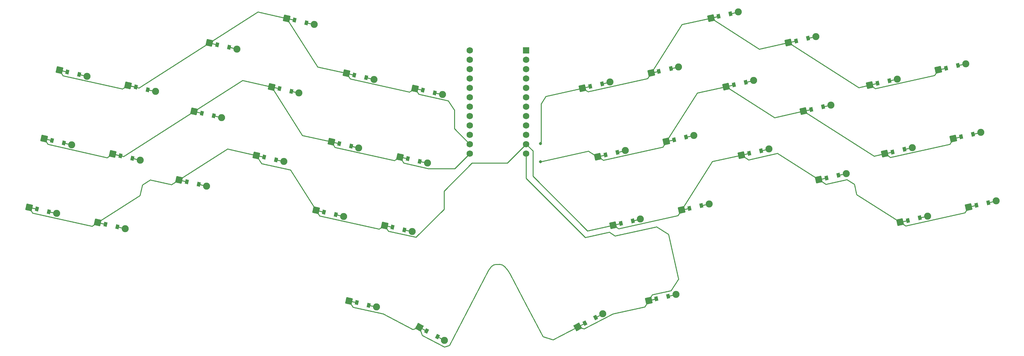
<source format=gbr>
%TF.GenerationSoftware,KiCad,Pcbnew,8.0.7*%
%TF.CreationDate,2025-03-02T16:24:29+01:00*%
%TF.ProjectId,pcb-adjusted,7063622d-6164-46a7-9573-7465642e6b69,v1.0.0*%
%TF.SameCoordinates,Original*%
%TF.FileFunction,Copper,L1,Top*%
%TF.FilePolarity,Positive*%
%FSLAX46Y46*%
G04 Gerber Fmt 4.6, Leading zero omitted, Abs format (unit mm)*
G04 Created by KiCad (PCBNEW 8.0.7) date 2025-03-02 16:24:29*
%MOMM*%
%LPD*%
G01*
G04 APERTURE LIST*
G04 Aperture macros list*
%AMRotRect*
0 Rectangle, with rotation*
0 The origin of the aperture is its center*
0 $1 length*
0 $2 width*
0 $3 Rotation angle, in degrees counterclockwise*
0 Add horizontal line*
21,1,$1,$2,0,0,$3*%
G04 Aperture macros list end*
%TA.AperFunction,ComponentPad*%
%ADD10RotRect,1.778000X1.778000X12.500000*%
%TD*%
%TA.AperFunction,SMDPad,CuDef*%
%ADD11RotRect,0.900000X1.200000X12.500000*%
%TD*%
%TA.AperFunction,ComponentPad*%
%ADD12C,1.905000*%
%TD*%
%TA.AperFunction,ComponentPad*%
%ADD13RotRect,1.778000X1.778000X347.500000*%
%TD*%
%TA.AperFunction,SMDPad,CuDef*%
%ADD14RotRect,0.900000X1.200000X347.500000*%
%TD*%
%TA.AperFunction,ComponentPad*%
%ADD15RotRect,1.778000X1.778000X332.500000*%
%TD*%
%TA.AperFunction,SMDPad,CuDef*%
%ADD16RotRect,0.900000X1.200000X332.500000*%
%TD*%
%TA.AperFunction,ComponentPad*%
%ADD17RotRect,1.778000X1.778000X27.500000*%
%TD*%
%TA.AperFunction,SMDPad,CuDef*%
%ADD18RotRect,0.900000X1.200000X27.500000*%
%TD*%
%TA.AperFunction,ComponentPad*%
%ADD19R,1.752600X1.752600*%
%TD*%
%TA.AperFunction,ComponentPad*%
%ADD20C,1.752600*%
%TD*%
%TA.AperFunction,ViaPad*%
%ADD21C,0.800000*%
%TD*%
%TA.AperFunction,Conductor*%
%ADD22C,0.250000*%
%TD*%
G04 APERTURE END LIST*
D10*
%TO.P,D22,1*%
%TO.N,P9*%
X332084436Y-142508981D03*
D11*
X334193235Y-142041466D03*
%TO.P,D22,2*%
%TO.N,mirror_outer_home*%
X337415011Y-141327220D03*
D12*
X339523810Y-140859705D03*
%TD*%
D10*
%TO.P,D23,1*%
%TO.N,P8*%
X327972079Y-123959353D03*
D11*
X330080878Y-123491838D03*
%TO.P,D23,2*%
%TO.N,mirror_outer_top*%
X333302654Y-122777592D03*
D12*
X335411453Y-122310077D03*
%TD*%
D10*
%TO.P,D28,1*%
%TO.N,P9*%
X291522163Y-135112955D03*
D11*
X293630962Y-134645440D03*
%TO.P,D28,2*%
%TO.N,mirror_ring_home*%
X296852738Y-133931194D03*
D12*
X298961537Y-133463679D03*
%TD*%
D13*
%TO.P,D10,1*%
%TO.N,P16*%
X143503515Y-147116784D03*
D14*
X145612317Y-147584290D03*
%TO.P,D10,2*%
%TO.N,middle_bottom*%
X148834091Y-148298544D03*
D12*
X150942893Y-148766050D03*
%TD*%
D13*
%TO.P,D3,1*%
%TO.N,P8*%
X90235479Y-124040471D03*
D14*
X92344281Y-124507977D03*
%TO.P,D3,2*%
%TO.N,outer_top*%
X95566055Y-125222231D03*
D12*
X97674857Y-125689737D03*
%TD*%
D10*
%TO.P,D24,1*%
%TO.N,P16*%
X317647160Y-165170952D03*
D11*
X319755959Y-164703437D03*
%TO.P,D24,2*%
%TO.N,mirror_pinky_bottom*%
X322977735Y-163989191D03*
D12*
X325086534Y-163521676D03*
%TD*%
D13*
%TO.P,D1,1*%
%TO.N,P16*%
X82010778Y-161139712D03*
D14*
X84119580Y-161607218D03*
%TO.P,D1,2*%
%TO.N,outer_bottom*%
X87341354Y-162321472D03*
D12*
X89450156Y-162788978D03*
%TD*%
D13*
%TO.P,D13,1*%
%TO.N,P16*%
X159672304Y-161968394D03*
D14*
X161781106Y-162435900D03*
%TO.P,D13,2*%
%TO.N,index_bottom*%
X165002880Y-163150154D03*
D12*
X167111682Y-163617660D03*
%TD*%
D13*
%TO.P,D17,1*%
%TO.N,P9*%
X182334279Y-147531124D03*
D14*
X184443081Y-147998630D03*
%TO.P,D17,2*%
%TO.N,inner_home*%
X187664855Y-148712884D03*
D12*
X189773657Y-149180390D03*
%TD*%
D13*
%TO.P,D2,1*%
%TO.N,P9*%
X86123124Y-142590099D03*
D14*
X88231926Y-143057605D03*
%TO.P,D2,2*%
%TO.N,outer_home*%
X91453700Y-143771859D03*
D12*
X93562502Y-144239365D03*
%TD*%
D10*
%TO.P,D33,1*%
%TO.N,P16*%
X258535249Y-161887276D03*
D11*
X260644048Y-161419761D03*
%TO.P,D33,2*%
%TO.N,mirror_index_bottom*%
X263865824Y-160705515D03*
D12*
X265974623Y-160238000D03*
%TD*%
D15*
%TO.P,D20,1*%
%TO.N,P10*%
X187640858Y-193606774D03*
D16*
X189556802Y-194604151D03*
%TO.P,D20,2*%
%TO.N,home_thumb*%
X192483934Y-196127919D03*
D12*
X194399878Y-197125296D03*
%TD*%
D10*
%TO.P,D27,1*%
%TO.N,P16*%
X295634508Y-153662575D03*
D11*
X297743307Y-153195060D03*
%TO.P,D27,2*%
%TO.N,mirror_ring_bottom*%
X300965083Y-152480814D03*
D12*
X303073882Y-152013299D03*
%TD*%
D13*
%TO.P,D11,1*%
%TO.N,P9*%
X147615870Y-128567155D03*
D14*
X149724672Y-129034661D03*
%TO.P,D11,2*%
%TO.N,middle_home*%
X152946446Y-129748915D03*
D12*
X155055248Y-130216421D03*
%TD*%
D10*
%TO.P,D32,1*%
%TO.N,P8*%
X266479345Y-109936423D03*
D11*
X268588144Y-109468908D03*
%TO.P,D32,2*%
%TO.N,mirror_middle_top*%
X271809920Y-108754662D03*
D12*
X273918719Y-108287147D03*
%TD*%
D10*
%TO.P,D38,1*%
%TO.N,P8*%
X231760927Y-128900375D03*
D11*
X233869726Y-128432860D03*
%TO.P,D38,2*%
%TO.N,mirror_inner_top*%
X237091502Y-127718614D03*
D12*
X239200301Y-127251099D03*
%TD*%
D13*
%TO.P,D12,1*%
%TO.N,P8*%
X151728215Y-110017534D03*
D14*
X153837017Y-110485040D03*
%TO.P,D12,2*%
%TO.N,middle_top*%
X157058791Y-111199294D03*
D12*
X159167593Y-111666800D03*
%TD*%
D10*
%TO.P,D26,1*%
%TO.N,P8*%
X309422452Y-128071708D03*
D11*
X311531251Y-127604193D03*
%TO.P,D26,2*%
%TO.N,mirror_pinky_top*%
X314753027Y-126889947D03*
D12*
X316861826Y-126422432D03*
%TD*%
D13*
%TO.P,D7,1*%
%TO.N,P16*%
X122573052Y-153743683D03*
D14*
X124681854Y-154211189D03*
%TO.P,D7,2*%
%TO.N,ring_bottom*%
X127903628Y-154925443D03*
D12*
X130012430Y-155392949D03*
%TD*%
D13*
%TO.P,D8,1*%
%TO.N,P9*%
X126685411Y-135194064D03*
D14*
X128794213Y-135661570D03*
%TO.P,D8,2*%
%TO.N,ring_home*%
X132015987Y-136375824D03*
D12*
X134124789Y-136843330D03*
%TD*%
D10*
%TO.P,D37,1*%
%TO.N,P9*%
X235873284Y-147450012D03*
D11*
X237982083Y-146982497D03*
%TO.P,D37,2*%
%TO.N,mirror_inner_home*%
X241203859Y-146268251D03*
D12*
X243312658Y-145800736D03*
%TD*%
D10*
%TO.P,D34,1*%
%TO.N,P9*%
X254422902Y-143337650D03*
D11*
X256531701Y-142870135D03*
%TO.P,D34,2*%
%TO.N,mirror_index_home*%
X259753477Y-142155889D03*
D12*
X261862276Y-141688374D03*
%TD*%
D13*
%TO.P,D16,1*%
%TO.N,P16*%
X178221930Y-166080742D03*
D14*
X180330732Y-166548248D03*
%TO.P,D16,2*%
%TO.N,inner_bottom*%
X183552506Y-167262502D03*
D12*
X185661308Y-167730008D03*
%TD*%
D13*
%TO.P,D18,1*%
%TO.N,P8*%
X186446633Y-128981494D03*
D14*
X188555435Y-129449000D03*
%TO.P,D18,2*%
%TO.N,inner_top*%
X191777209Y-130163254D03*
D12*
X193886011Y-130630760D03*
%TD*%
D10*
%TO.P,D21,1*%
%TO.N,P16*%
X336196778Y-161058606D03*
D11*
X338305577Y-160591091D03*
%TO.P,D21,2*%
%TO.N,mirror_outer_bottom*%
X341527353Y-159876845D03*
D12*
X343636152Y-159409330D03*
%TD*%
D10*
%TO.P,D39,1*%
%TO.N,P10*%
X249628779Y-186395939D03*
D11*
X251737578Y-185928424D03*
%TO.P,D39,2*%
%TO.N,mirror_near_thumb*%
X254959354Y-185214178D03*
D12*
X257068153Y-184746663D03*
%TD*%
D13*
%TO.P,D9,1*%
%TO.N,P8*%
X130797762Y-116644433D03*
D14*
X132906564Y-117111939D03*
%TO.P,D9,2*%
%TO.N,ring_top*%
X136128338Y-117826193D03*
D12*
X138237140Y-118293699D03*
%TD*%
D13*
%TO.P,D15,1*%
%TO.N,P8*%
X167897010Y-124869139D03*
D14*
X170005812Y-125336645D03*
%TO.P,D15,2*%
%TO.N,index_top*%
X173227586Y-126050899D03*
D12*
X175336388Y-126518405D03*
%TD*%
D13*
%TO.P,D4,1*%
%TO.N,P16*%
X100560393Y-165252068D03*
D14*
X102669195Y-165719574D03*
%TO.P,D4,2*%
%TO.N,pinky_bottom*%
X105890969Y-166433828D03*
D12*
X107999771Y-166901334D03*
%TD*%
D10*
%TO.P,D35,1*%
%TO.N,P8*%
X250310559Y-124788028D03*
D11*
X252419358Y-124320513D03*
%TO.P,D35,2*%
%TO.N,mirror_index_top*%
X255641134Y-123606267D03*
D12*
X257749933Y-123138752D03*
%TD*%
D17*
%TO.P,D40,1*%
%TO.N,P10*%
X230452824Y-193520260D03*
D18*
X232368768Y-192522883D03*
%TO.P,D40,2*%
%TO.N,mirror_home_thumb*%
X235295900Y-190999115D03*
D12*
X237211844Y-190001738D03*
%TD*%
D13*
%TO.P,D6,1*%
%TO.N,P8*%
X108785106Y-128152817D03*
D14*
X110893908Y-128620323D03*
%TO.P,D6,2*%
%TO.N,pinky_top*%
X114115682Y-129334577D03*
D12*
X116224484Y-129802083D03*
%TD*%
D13*
%TO.P,D19,1*%
%TO.N,P10*%
X168578765Y-186477048D03*
D14*
X170687567Y-186944554D03*
%TO.P,D19,2*%
%TO.N,near_thumb*%
X173909341Y-187658808D03*
D12*
X176018143Y-188126314D03*
%TD*%
D13*
%TO.P,D5,1*%
%TO.N,P9*%
X104672742Y-146702438D03*
D14*
X106781544Y-147169944D03*
%TO.P,D5,2*%
%TO.N,pinky_home*%
X110003318Y-147884198D03*
D12*
X112112120Y-148351704D03*
%TD*%
D10*
%TO.P,D30,1*%
%TO.N,P16*%
X274704043Y-147035667D03*
D11*
X276812842Y-146568152D03*
%TO.P,D30,2*%
%TO.N,mirror_middle_bottom*%
X280034618Y-145853906D03*
D12*
X282143417Y-145386391D03*
%TD*%
D13*
%TO.P,D14,1*%
%TO.N,P9*%
X163784657Y-143418765D03*
D14*
X165893459Y-143886271D03*
%TO.P,D14,2*%
%TO.N,index_home*%
X169115233Y-144600525D03*
D12*
X171224035Y-145068031D03*
%TD*%
D10*
%TO.P,D25,1*%
%TO.N,P9*%
X313534808Y-146621335D03*
D11*
X315643607Y-146153820D03*
%TO.P,D25,2*%
%TO.N,mirror_pinky_home*%
X318865383Y-145439574D03*
D12*
X320974182Y-144972059D03*
%TD*%
D10*
%TO.P,D31,1*%
%TO.N,P9*%
X270591692Y-128486048D03*
D11*
X272700491Y-128018533D03*
%TO.P,D31,2*%
%TO.N,mirror_middle_home*%
X275922267Y-127304287D03*
D12*
X278031066Y-126836772D03*
%TD*%
D10*
%TO.P,D29,1*%
%TO.N,P8*%
X287409797Y-116563326D03*
D11*
X289518596Y-116095811D03*
%TO.P,D29,2*%
%TO.N,mirror_ring_top*%
X292740372Y-115381565D03*
D12*
X294849171Y-114914050D03*
%TD*%
D10*
%TO.P,D36,1*%
%TO.N,P16*%
X239985624Y-165999623D03*
D11*
X242094423Y-165532108D03*
%TO.P,D36,2*%
%TO.N,mirror_inner_bottom*%
X245316199Y-164817862D03*
D12*
X247424998Y-164350347D03*
%TD*%
D19*
%TO.P,MCU1,1*%
%TO.N,RAW*%
X216500300Y-118659992D03*
D20*
%TO.P,MCU1,2*%
%TO.N,GND*%
X216500298Y-121199993D03*
%TO.P,MCU1,3*%
%TO.N,RST*%
X216500301Y-123739998D03*
%TO.P,MCU1,4*%
%TO.N,VCC*%
X216500300Y-126279994D03*
%TO.P,MCU1,5*%
%TO.N,P21*%
X216500301Y-128819995D03*
%TO.P,MCU1,6*%
%TO.N,P20*%
X216500302Y-131359994D03*
%TO.P,MCU1,7*%
%TO.N,P19*%
X216500300Y-133899993D03*
%TO.P,MCU1,8*%
%TO.N,P18*%
X216500300Y-136439995D03*
%TO.P,MCU1,9*%
%TO.N,P15*%
X216500300Y-138979994D03*
%TO.P,MCU1,10*%
%TO.N,P14*%
X216500300Y-141519994D03*
%TO.P,MCU1,11*%
%TO.N,P16*%
X216500300Y-144059994D03*
%TO.P,MCU1,12*%
%TO.N,P10*%
X216500301Y-146599995D03*
%TO.P,MCU1,13*%
%TO.N,P1*%
X201260299Y-118659993D03*
%TO.P,MCU1,14*%
%TO.N,P0*%
X201260300Y-121199994D03*
%TO.P,MCU1,15*%
%TO.N,GND*%
X201260300Y-123739994D03*
%TO.P,MCU1,16*%
X201260300Y-126279994D03*
%TO.P,MCU1,17*%
%TO.N,P2*%
X201260300Y-128819993D03*
%TO.P,MCU1,18*%
%TO.N,P3*%
X201260300Y-131359995D03*
%TO.P,MCU1,19*%
%TO.N,P4*%
X201260298Y-133899994D03*
%TO.P,MCU1,20*%
%TO.N,P5*%
X201260299Y-136439993D03*
%TO.P,MCU1,21*%
%TO.N,P6*%
X201260300Y-138979994D03*
%TO.P,MCU1,22*%
%TO.N,P7*%
X201260299Y-141519990D03*
%TO.P,MCU1,23*%
%TO.N,P8*%
X201260302Y-144059995D03*
%TO.P,MCU1,24*%
%TO.N,P9*%
X201260300Y-146599996D03*
%TD*%
D21*
%TO.N,P9*%
X220396954Y-148796945D03*
%TO.N,P8*%
X220395758Y-143946365D03*
%TD*%
D22*
%TO.N,P16*%
X152712872Y-151044260D02*
X159672303Y-161968379D01*
X144902488Y-149312740D02*
X152712872Y-151044260D01*
X143503509Y-147116784D02*
X144902488Y-149312740D01*
X241509344Y-166970338D02*
X239985628Y-165999621D01*
X257564538Y-163410985D02*
X241509344Y-166970338D01*
X258535247Y-161887285D02*
X257564538Y-163410985D01*
X266893672Y-148767182D02*
X258535247Y-161887285D01*
X274704040Y-147035670D02*
X266893672Y-148767182D01*
X284498863Y-146568391D02*
X276688494Y-148299905D01*
X276688494Y-148299905D02*
X274704040Y-147035670D01*
X295634511Y-153662579D02*
X284498863Y-146568391D01*
X297584267Y-154904707D02*
X295634511Y-153662579D01*
X317647167Y-165170948D02*
X305882808Y-157676228D01*
X319170872Y-166141658D02*
X317647167Y-165170948D01*
X305882808Y-157676228D02*
X305276352Y-154940687D01*
X335226073Y-162582312D02*
X319170872Y-166141658D01*
X305276352Y-154940687D02*
X303248701Y-153648931D01*
X303248701Y-153648931D02*
X297584267Y-154904707D01*
X336196781Y-161058595D02*
X335226073Y-162582312D01*
X179192640Y-167604457D02*
X178221928Y-166080739D01*
X186663793Y-169260772D02*
X179192640Y-167604457D01*
X194263794Y-156749980D02*
X194263791Y-161660768D01*
X194263791Y-161660768D02*
X186663793Y-169260772D01*
X201863791Y-149149981D02*
X194263794Y-156749980D01*
X211410312Y-149149984D02*
X201863791Y-149149981D01*
X216500298Y-144059994D02*
X211410312Y-149149984D01*
%TO.N,P8*%
X221850280Y-131097514D02*
X220556436Y-133128446D01*
X231760925Y-128900379D02*
X221850280Y-131097514D01*
X220556434Y-134677552D02*
X220556436Y-133128446D01*
%TO.N,P9*%
X235740621Y-147479420D02*
X235873284Y-147450007D01*
X233313786Y-145933352D02*
X235740621Y-147479420D01*
X220396954Y-148796945D02*
X233313786Y-145933352D01*
%TO.N,P10*%
X216500301Y-153325277D02*
X216500298Y-146599995D01*
X232486147Y-169311125D02*
X216500301Y-153325277D01*
X251771463Y-166411639D02*
X240562979Y-168896506D01*
X240562979Y-168896506D02*
X238960716Y-167875752D01*
X255014966Y-168477979D02*
X251771463Y-166411639D01*
X257695842Y-180570645D02*
X255014966Y-168477979D01*
X238960716Y-167875752D02*
X232486147Y-169311125D01*
X255714998Y-183679945D02*
X257695842Y-180570645D01*
X249628779Y-186395936D02*
X250642662Y-184804453D01*
X250642662Y-184804453D02*
X255714998Y-183679945D01*
%TO.N,P16*%
X120587656Y-155008522D02*
X135693155Y-145385261D01*
X112672479Y-155097476D02*
X114819399Y-153729728D01*
X112043005Y-157936836D02*
X112672479Y-155097476D01*
X114819399Y-153729728D02*
X120587656Y-155008522D01*
X135693155Y-145385261D02*
X143503509Y-147116784D01*
X100560401Y-165252062D02*
X112043005Y-157936836D01*
%TO.N,P10*%
X221012385Y-196163674D02*
X216499462Y-187494440D01*
%TO.N,P8*%
X220556437Y-143785692D02*
X220556434Y-134677552D01*
X220395758Y-143946365D02*
X220556437Y-143785692D01*
X233869726Y-128432872D02*
X231760923Y-128900375D01*
%TO.N,P10*%
X251737589Y-185928424D02*
X249628789Y-186395938D01*
%TO.N,P16*%
X338305582Y-160591093D02*
X336196791Y-161058595D01*
X319755961Y-164703436D02*
X317647170Y-165170937D01*
X297743304Y-153195067D02*
X295634506Y-153662571D01*
X276812837Y-146568159D02*
X274704047Y-147035665D01*
X260644051Y-161419758D02*
X258535249Y-161887269D01*
X242094430Y-165532119D02*
X239985633Y-165999618D01*
%TO.N,P10*%
X185835974Y-194192040D02*
X187630773Y-193626143D01*
X177794421Y-190005874D02*
X185835974Y-194192040D01*
X169680988Y-188207172D02*
X177794421Y-190005874D01*
X168578768Y-186477051D02*
X169680988Y-188207172D01*
X240044253Y-189968291D02*
X240043574Y-189967864D01*
X248554948Y-188081521D02*
X240044253Y-189968291D01*
X232175865Y-194063528D02*
X240043574Y-189967864D01*
X230452817Y-193520263D02*
X232175865Y-194063528D01*
%TO.N,P8*%
X258668970Y-111667940D02*
X266479339Y-109936420D01*
X250310548Y-124788024D02*
X258668970Y-111667940D01*
%TO.N,P9*%
X262781326Y-130217561D02*
X270591684Y-128486039D01*
X254422906Y-143337658D02*
X262781326Y-130217561D01*
X283711778Y-136844469D02*
X270591684Y-128486039D01*
X291522149Y-135112942D02*
X283711778Y-136844469D01*
X313534809Y-146621321D02*
X310605920Y-147270657D01*
X310605920Y-147270657D02*
X291522149Y-135112942D01*
%TO.N,P8*%
X279599434Y-118294847D02*
X266479339Y-109936420D01*
X287409793Y-116563334D02*
X279599434Y-118294847D01*
X309422453Y-128071706D02*
X306493570Y-128721026D01*
X306493570Y-128721026D02*
X287409793Y-116563334D01*
%TO.N,mirror_home_thumb*%
X235295891Y-190999120D02*
X237211833Y-190001738D01*
%TO.N,P10*%
X232368767Y-192522887D02*
X230452815Y-193520268D01*
%TO.N,mirror_near_thumb*%
X257068162Y-184746670D02*
X254959361Y-185214172D01*
%TO.N,mirror_outer_bottom*%
X341527358Y-159876843D02*
X343636166Y-159409333D01*
%TO.N,mirror_pinky_bottom*%
X322977740Y-163989194D02*
X325086537Y-163521685D01*
%TO.N,mirror_ring_bottom*%
X300965080Y-152480802D02*
X303073877Y-152013299D01*
%TO.N,mirror_middle_bottom*%
X280034624Y-145853904D02*
X282143412Y-145386394D01*
%TO.N,mirror_index_bottom*%
X263865831Y-160705526D02*
X265974630Y-160238013D01*
%TO.N,mirror_inner_bottom*%
X245316210Y-164817861D02*
X247425005Y-164350360D01*
%TO.N,P9*%
X237982080Y-146982493D02*
X235873276Y-147450000D01*
%TO.N,mirror_inner_home*%
X243312654Y-145800729D02*
X241203854Y-146268247D01*
%TO.N,P9*%
X256531704Y-142870142D02*
X254422910Y-143337648D01*
%TO.N,mirror_index_home*%
X261862287Y-141688379D02*
X259753488Y-142155884D01*
%TO.N,P9*%
X272700490Y-128018527D02*
X270591687Y-128486035D01*
%TO.N,mirror_middle_home*%
X278031070Y-126836765D02*
X275922274Y-127304284D01*
%TO.N,P9*%
X293630957Y-134645444D02*
X291522150Y-135112950D01*
%TO.N,mirror_ring_home*%
X298961525Y-133463672D02*
X296852731Y-133931187D01*
%TO.N,P9*%
X315643616Y-146153812D02*
X313534818Y-146621333D01*
%TO.N,mirror_pinky_home*%
X320974179Y-144972060D02*
X318865392Y-145439564D01*
%TO.N,P9*%
X332084433Y-142508973D02*
X334193228Y-142041464D01*
%TO.N,mirror_outer_home*%
X337415004Y-141327215D02*
X339523815Y-140859707D01*
%TO.N,mirror_outer_top*%
X333302654Y-122777602D02*
X335411460Y-122310089D01*
%TO.N,P8*%
X327972087Y-123959353D02*
X330080888Y-123491850D01*
%TO.N,mirror_pinky_top*%
X314753025Y-126889939D02*
X316861831Y-126422437D01*
%TO.N,P8*%
X309422453Y-128071706D02*
X311531252Y-127604199D01*
%TO.N,mirror_ring_top*%
X292740372Y-115381563D02*
X294849173Y-114914050D01*
%TO.N,P8*%
X287409792Y-116563321D02*
X289518591Y-116095819D01*
%TO.N,mirror_middle_top*%
X271809915Y-108754652D02*
X273918709Y-108287149D01*
%TO.N,P8*%
X266479344Y-109936417D02*
X268588136Y-109468913D01*
%TO.N,mirror_index_top*%
X255641126Y-123606263D02*
X257749925Y-123138763D01*
%TO.N,P8*%
X250310548Y-124788024D02*
X252419347Y-124320514D01*
%TO.N,mirror_inner_top*%
X237091504Y-127718626D02*
X239200297Y-127251109D01*
%TO.N,outer_bottom*%
X87341356Y-162321477D02*
X89450145Y-162788979D01*
%TO.N,outer_home*%
X91453707Y-143771848D02*
X93562499Y-144239352D01*
%TO.N,outer_top*%
X95566056Y-125222223D02*
X97674852Y-125689733D01*
%TO.N,pinky_bottom*%
X105890976Y-166433821D02*
X107999772Y-166901342D01*
%TO.N,pinky_home*%
X110003326Y-147884200D02*
X112112124Y-148351714D01*
%TO.N,pinky_top*%
X114115685Y-129334575D02*
X116224486Y-129802088D01*
%TO.N,ring_bottom*%
X127903631Y-154925450D02*
X130012436Y-155392962D01*
%TO.N,ring_home*%
X132015982Y-136375824D02*
X134124788Y-136843325D01*
%TO.N,ring_top*%
X136128337Y-117826194D02*
X136662570Y-117944631D01*
X136662570Y-117944631D02*
X136662581Y-117944625D01*
X136662581Y-117944625D02*
X138237138Y-118293705D01*
%TO.N,middle_bottom*%
X148834098Y-148298544D02*
X150942883Y-148766052D01*
%TO.N,middle_home*%
X152946439Y-129748913D02*
X155055246Y-130216432D01*
%TO.N,middle_top*%
X157058804Y-111199294D02*
X159167593Y-111666805D01*
%TO.N,index_bottom*%
X165002876Y-163150157D02*
X167111682Y-163617649D01*
%TO.N,index_home*%
X169115231Y-144600530D02*
X171224046Y-145068038D01*
%TO.N,index_top*%
X173227587Y-126050903D02*
X175336379Y-126518404D01*
%TO.N,inner_bottom*%
X183552500Y-167262498D02*
X185661307Y-167730009D01*
%TO.N,inner_home*%
X187664850Y-148712879D02*
X189773654Y-149180389D01*
%TO.N,inner_top*%
X191777206Y-130163249D02*
X193886000Y-130630750D01*
%TO.N,near_thumb*%
X173909352Y-187658819D02*
X176018142Y-188126322D01*
%TO.N,home_thumb*%
X192483936Y-196127912D02*
X194399877Y-197125284D01*
%TO.N,P16*%
X176698208Y-167051452D02*
X178221935Y-166080746D01*
X159672303Y-161968379D02*
X161781098Y-162435889D01*
X82010775Y-161139722D02*
X82981494Y-162663432D01*
X178221923Y-166080752D02*
X180330724Y-166548241D01*
X100560401Y-165252062D02*
X102669194Y-165719569D01*
X143503509Y-147116784D02*
X145612314Y-147584278D01*
X82981494Y-162663432D02*
X99036681Y-166222779D01*
X159672303Y-161968379D02*
X160643014Y-163492104D01*
X160643014Y-163492104D02*
X176698208Y-167051452D01*
X122573057Y-153743685D02*
X124681853Y-154211189D01*
X82010774Y-161139712D02*
X84119570Y-161607215D01*
X99036681Y-166222779D02*
X100560401Y-165252062D01*
%TO.N,P9*%
X107601649Y-147351765D02*
X126685414Y-135194064D01*
X87093844Y-144113805D02*
X103149026Y-147673159D01*
X86123122Y-142590084D02*
X88231930Y-143057592D01*
X86123122Y-142590084D02*
X87093844Y-144113805D01*
X139805498Y-126835642D02*
X147615873Y-128567160D01*
X126685414Y-135194064D02*
X139805498Y-126835642D01*
X126685404Y-135194061D02*
X128794201Y-135661555D01*
X182334275Y-147531120D02*
X184443082Y-147998626D01*
X104672754Y-146702446D02*
X107601649Y-147351765D01*
X104672754Y-146702446D02*
X106781548Y-147169950D01*
X163784653Y-143418762D02*
X165893455Y-143886263D01*
X147615873Y-128567160D02*
X149724670Y-129034661D01*
X103149026Y-147673159D02*
X104672754Y-146702446D01*
%TO.N,P8*%
X90235480Y-124040465D02*
X91206188Y-125564181D01*
X90235480Y-124040465D02*
X92344286Y-124507971D01*
X168867729Y-126392854D02*
X184922914Y-129952209D01*
X160086633Y-123137623D02*
X167897003Y-124869135D01*
X184922914Y-129952209D02*
X186446636Y-128981496D01*
X151728220Y-110017525D02*
X153837011Y-110485044D01*
X167897003Y-124869135D02*
X168867729Y-126392854D01*
X167897008Y-124869139D02*
X170005805Y-125336656D01*
X130797773Y-116644430D02*
X143917859Y-108286019D01*
X111713993Y-128802134D02*
X130797773Y-116644430D01*
X108785097Y-128152817D02*
X110893900Y-128620328D01*
X143917859Y-108286019D02*
X151728215Y-110017529D01*
X108785097Y-128152817D02*
X111713993Y-128802134D01*
X107261397Y-129123536D02*
X108785097Y-128152817D01*
X151728215Y-110017529D02*
X160086633Y-123137623D01*
X186446634Y-128981486D02*
X188555440Y-129449008D01*
X130797773Y-116644430D02*
X132906555Y-117111947D01*
X91206188Y-125564181D02*
X107261397Y-129123536D01*
%TO.N,P10*%
X187640856Y-193606770D02*
X189556797Y-194604143D01*
X168578772Y-186477057D02*
X170687576Y-186944572D01*
%TO.N,P9*%
X237396994Y-148420717D02*
X253452191Y-144861376D01*
X235873273Y-147450002D02*
X237396994Y-148420717D01*
X253452191Y-144861376D02*
X254422906Y-143337658D01*
X315058517Y-147592038D02*
X331113727Y-144032695D01*
X313534809Y-146621321D02*
X315058517Y-147592038D01*
X331113727Y-144032695D02*
X332084428Y-142508980D01*
%TO.N,P8*%
X310946174Y-129042421D02*
X309422453Y-128071706D01*
X327001366Y-125483078D02*
X310946174Y-129042421D01*
X327972087Y-123959353D02*
X327001366Y-125483078D01*
X249339834Y-126311741D02*
X233284639Y-129871093D01*
X233284639Y-129871093D02*
X231760923Y-128900384D01*
X250310548Y-124788024D02*
X249339834Y-126311741D01*
%TO.N,P10*%
X249628779Y-186395937D02*
X248554948Y-188081521D01*
%TO.N,P8*%
X197053452Y-139853148D02*
X197053459Y-134863474D01*
X187417352Y-130505213D02*
X195405083Y-132276053D01*
X186446631Y-128981498D02*
X187417352Y-130505213D01*
X195405083Y-132276053D02*
X197053459Y-134863474D01*
X201260301Y-144060005D02*
X197053452Y-139853148D01*
%TO.N,P9*%
X147615873Y-128567160D02*
X155974290Y-141687246D01*
X155974290Y-141687246D02*
X163784661Y-143418772D01*
X182334281Y-147531123D02*
X183392021Y-149191441D01*
X183392021Y-149191441D02*
X190030397Y-150663136D01*
X180810569Y-148501816D02*
X182334281Y-147531123D01*
X163784661Y-143418772D02*
X164755370Y-144942484D01*
X197197170Y-150663129D02*
X190030397Y-150663136D01*
X201260290Y-146599996D02*
X197197170Y-150663129D01*
X164755370Y-144942484D02*
X180810569Y-148501816D01*
%TO.N,P10*%
X223729282Y-197020311D02*
X221012385Y-196163674D01*
X230452823Y-193520261D02*
X223729282Y-197020311D01*
%TO.N,P16*%
X218314000Y-145873700D02*
X216500303Y-144059995D01*
X218314004Y-152723028D02*
X218314000Y-145873700D01*
X218314004Y-152723028D02*
X233114004Y-167523023D01*
X239985625Y-165999629D02*
X233114004Y-167523023D01*
%TO.N,P10*%
X212275121Y-179379549D02*
X216499462Y-187494440D01*
X212275121Y-179379549D02*
G75*
G03*
X210650128Y-177163394I-8011321J-4170451D01*
G01*
X209235918Y-176577603D02*
G75*
G02*
X210650122Y-177163400I-18J-1999997D01*
G01*
X208534474Y-176577607D02*
G75*
G03*
X207120277Y-177163406I26J-1999993D01*
G01*
X206184332Y-178439851D02*
G75*
G02*
X207120267Y-177163396I4615068J-2402549D01*
G01*
X195716311Y-198548731D02*
X206184332Y-178439851D01*
X194367556Y-198973995D02*
X195716311Y-198548731D01*
X188344558Y-195838620D02*
X194367556Y-198973995D01*
X208534474Y-176577607D02*
X209235918Y-176577603D01*
X187640854Y-193606774D02*
X188344558Y-195838620D01*
%TD*%
M02*

</source>
